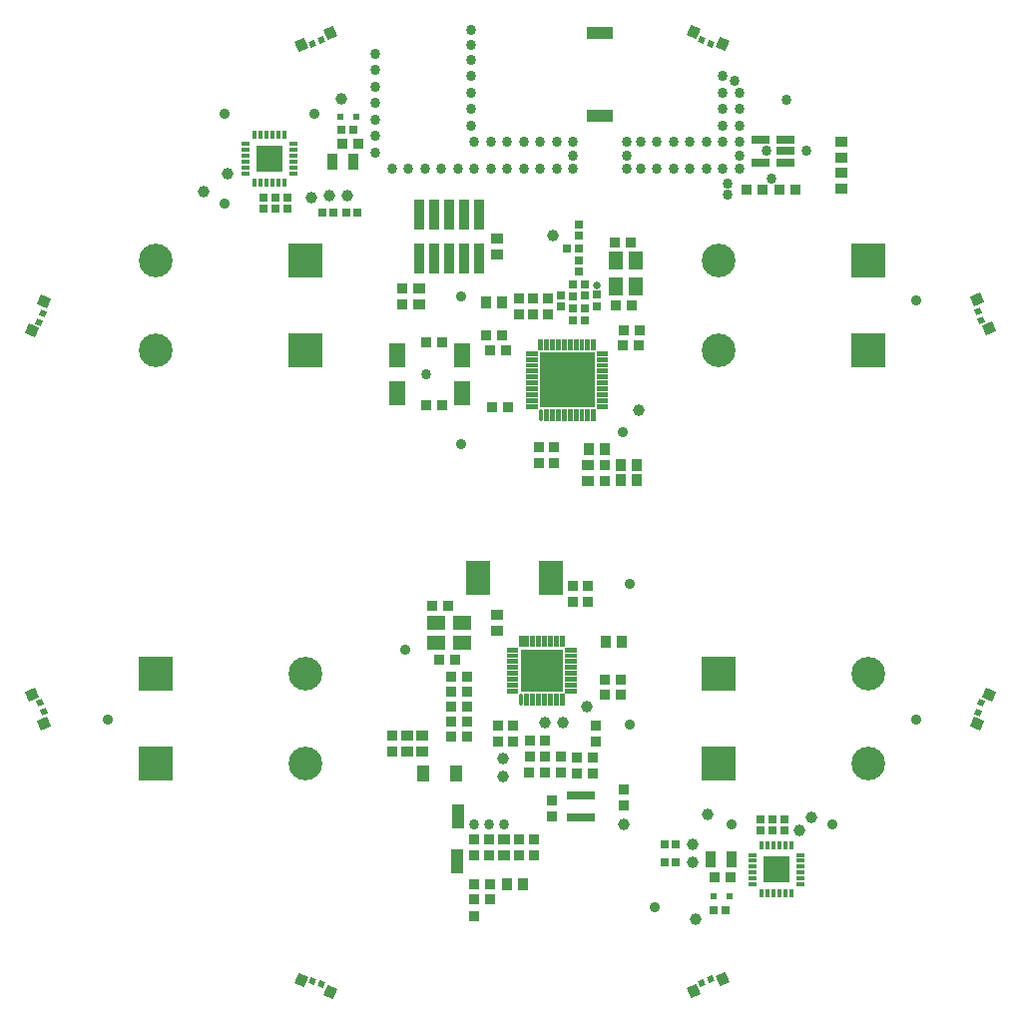
<source format=gts>
%FSLAX25Y25*%
%MOIN*%
G70*
G01*
G75*
G04 Layer_Color=8388736*
%ADD10C,0.01000*%
%ADD11C,0.00500*%
%ADD12C,0.00600*%
%ADD13R,0.03347X0.02953*%
%ADD14R,0.02953X0.03347*%
%ADD15R,0.03543X0.02953*%
G04:AMPARAMS|DCode=16|XSize=17.72mil|YSize=19.69mil|CornerRadius=0mil|HoleSize=0mil|Usage=FLASHONLY|Rotation=22.500|XOffset=0mil|YOffset=0mil|HoleType=Round|Shape=Rectangle|*
%AMROTATEDRECTD16*
4,1,4,-0.00442,-0.01248,-0.01195,0.00570,0.00442,0.01248,0.01195,-0.00570,-0.00442,-0.01248,0.0*
%
%ADD16ROTATEDRECTD16*%

G04:AMPARAMS|DCode=17|XSize=33.47mil|YSize=35.43mil|CornerRadius=0mil|HoleSize=0mil|Usage=FLASHONLY|Rotation=202.500|XOffset=0mil|YOffset=0mil|HoleType=Round|Shape=Rectangle|*
%AMROTATEDRECTD17*
4,1,4,0.00868,0.02277,0.02224,-0.00997,-0.00868,-0.02277,-0.02224,0.00997,0.00868,0.02277,0.0*
%
%ADD17ROTATEDRECTD17*%

G04:AMPARAMS|DCode=18|XSize=17.72mil|YSize=19.69mil|CornerRadius=0mil|HoleSize=0mil|Usage=FLASHONLY|Rotation=112.500|XOffset=0mil|YOffset=0mil|HoleType=Round|Shape=Rectangle|*
%AMROTATEDRECTD18*
4,1,4,0.01248,-0.00442,-0.00570,-0.01195,-0.01248,0.00442,0.00570,0.01195,0.01248,-0.00442,0.0*
%
%ADD18ROTATEDRECTD18*%

G04:AMPARAMS|DCode=19|XSize=33.47mil|YSize=35.43mil|CornerRadius=0mil|HoleSize=0mil|Usage=FLASHONLY|Rotation=292.500|XOffset=0mil|YOffset=0mil|HoleType=Round|Shape=Rectangle|*
%AMROTATEDRECTD19*
4,1,4,-0.02277,0.00868,0.00997,0.02224,0.02277,-0.00868,-0.00997,-0.02224,-0.02277,0.00868,0.0*
%
%ADD19ROTATEDRECTD19*%

G04:AMPARAMS|DCode=20|XSize=17.72mil|YSize=19.69mil|CornerRadius=0mil|HoleSize=0mil|Usage=FLASHONLY|Rotation=337.500|XOffset=0mil|YOffset=0mil|HoleType=Round|Shape=Rectangle|*
%AMROTATEDRECTD20*
4,1,4,-0.01195,-0.00570,-0.00442,0.01248,0.01195,0.00570,0.00442,-0.01248,-0.01195,-0.00570,0.0*
%
%ADD20ROTATEDRECTD20*%

G04:AMPARAMS|DCode=21|XSize=33.47mil|YSize=35.43mil|CornerRadius=0mil|HoleSize=0mil|Usage=FLASHONLY|Rotation=157.500|XOffset=0mil|YOffset=0mil|HoleType=Round|Shape=Rectangle|*
%AMROTATEDRECTD21*
4,1,4,0.02224,0.00997,0.00868,-0.02277,-0.02224,-0.00997,-0.00868,0.02277,0.02224,0.00997,0.0*
%
%ADD21ROTATEDRECTD21*%

G04:AMPARAMS|DCode=22|XSize=17.72mil|YSize=19.69mil|CornerRadius=0mil|HoleSize=0mil|Usage=FLASHONLY|Rotation=247.500|XOffset=0mil|YOffset=0mil|HoleType=Round|Shape=Rectangle|*
%AMROTATEDRECTD22*
4,1,4,-0.00570,0.01195,0.01248,0.00442,0.00570,-0.01195,-0.01248,-0.00442,-0.00570,0.01195,0.0*
%
%ADD22ROTATEDRECTD22*%

G04:AMPARAMS|DCode=23|XSize=33.47mil|YSize=35.43mil|CornerRadius=0mil|HoleSize=0mil|Usage=FLASHONLY|Rotation=67.500|XOffset=0mil|YOffset=0mil|HoleType=Round|Shape=Rectangle|*
%AMROTATEDRECTD23*
4,1,4,0.00997,-0.02224,-0.02277,-0.00868,-0.00997,0.02224,0.02277,0.00868,0.00997,-0.02224,0.0*
%
%ADD23ROTATEDRECTD23*%

%ADD24R,0.02362X0.02362*%
%ADD25R,0.01890X0.01575*%
%ADD26R,0.03150X0.05118*%
%ADD27R,0.02362X0.02559*%
%ADD28C,0.03200*%
%ADD29R,0.02559X0.02362*%
%ADD30R,0.08268X0.08268*%
%ADD31O,0.02559X0.01181*%
%ADD32O,0.01181X0.02559*%
%ADD33R,0.02953X0.03543*%
%ADD34R,0.03543X0.07480*%
%ADD35R,0.02362X0.02362*%
%ADD36R,0.02362X0.02756*%
%ADD37R,0.04724X0.05512*%
G04:AMPARAMS|DCode=38|XSize=11.02mil|YSize=33.47mil|CornerRadius=0mil|HoleSize=0mil|Usage=FLASHONLY|Rotation=0.000|XOffset=0mil|YOffset=0mil|HoleType=Round|Shape=Octagon|*
%AMOCTAGOND38*
4,1,8,-0.00276,0.01673,0.00276,0.01673,0.00551,0.01398,0.00551,-0.01398,0.00276,-0.01673,-0.00276,-0.01673,-0.00551,-0.01398,-0.00551,0.01398,-0.00276,0.01673,0.0*
%
%ADD38OCTAGOND38*%

%ADD39R,0.01102X0.03347*%
%ADD40R,0.03347X0.01102*%
%ADD41R,0.13583X0.13583*%
%ADD42R,0.05709X0.02165*%
%ADD43R,0.05512X0.04724*%
%ADD44R,0.05118X0.07480*%
%ADD45R,0.03000X0.10000*%
%ADD46R,0.17716X0.17716*%
%ADD47R,0.03600X0.04800*%
%ADD48R,0.09055X0.02559*%
%ADD49R,0.08071X0.11417*%
%ADD50R,0.08661X0.04095*%
%ADD51C,0.10000*%
%ADD52C,0.01500*%
%ADD53C,0.00800*%
%ADD54C,0.04000*%
%ADD55C,0.02000*%
%ADD56C,0.03000*%
%ADD57C,0.02500*%
%ADD58C,0.00700*%
%ADD59R,0.07000X0.23500*%
%ADD60R,0.15700X0.07000*%
%ADD61R,0.03000X0.03300*%
%ADD62C,0.03500*%
%ADD63C,0.02000*%
%ADD64R,0.10800X0.10800*%
%ADD65C,0.10800*%
%ADD66C,0.03000*%
%ADD67C,0.02200*%
%ADD68C,0.04000*%
%ADD69C,0.02598*%
%ADD70C,0.00984*%
%ADD71C,0.00984*%
%ADD72C,0.00787*%
%ADD73C,0.00300*%
%ADD74R,0.01772X0.03740*%
%ADD75R,0.03147X0.02753*%
%ADD76R,0.02753X0.03147*%
%ADD77R,0.03343X0.02753*%
G04:AMPARAMS|DCode=78|XSize=15.72mil|YSize=17.69mil|CornerRadius=0mil|HoleSize=0mil|Usage=FLASHONLY|Rotation=22.500|XOffset=0mil|YOffset=0mil|HoleType=Round|Shape=Rectangle|*
%AMROTATEDRECTD78*
4,1,4,-0.00388,-0.01118,-0.01064,0.00516,0.00388,0.01118,0.01064,-0.00516,-0.00388,-0.01118,0.0*
%
%ADD78ROTATEDRECTD78*%

G04:AMPARAMS|DCode=79|XSize=31.47mil|YSize=33.43mil|CornerRadius=0mil|HoleSize=0mil|Usage=FLASHONLY|Rotation=202.500|XOffset=0mil|YOffset=0mil|HoleType=Round|Shape=Rectangle|*
%AMROTATEDRECTD79*
4,1,4,0.00814,0.02147,0.02093,-0.00942,-0.00814,-0.02147,-0.02093,0.00942,0.00814,0.02147,0.0*
%
%ADD79ROTATEDRECTD79*%

G04:AMPARAMS|DCode=80|XSize=15.72mil|YSize=17.69mil|CornerRadius=0mil|HoleSize=0mil|Usage=FLASHONLY|Rotation=112.500|XOffset=0mil|YOffset=0mil|HoleType=Round|Shape=Rectangle|*
%AMROTATEDRECTD80*
4,1,4,0.01118,-0.00388,-0.00516,-0.01064,-0.01118,0.00388,0.00516,0.01064,0.01118,-0.00388,0.0*
%
%ADD80ROTATEDRECTD80*%

G04:AMPARAMS|DCode=81|XSize=31.47mil|YSize=33.43mil|CornerRadius=0mil|HoleSize=0mil|Usage=FLASHONLY|Rotation=292.500|XOffset=0mil|YOffset=0mil|HoleType=Round|Shape=Rectangle|*
%AMROTATEDRECTD81*
4,1,4,-0.02147,0.00814,0.00942,0.02093,0.02147,-0.00814,-0.00942,-0.02093,-0.02147,0.00814,0.0*
%
%ADD81ROTATEDRECTD81*%

G04:AMPARAMS|DCode=82|XSize=15.72mil|YSize=17.69mil|CornerRadius=0mil|HoleSize=0mil|Usage=FLASHONLY|Rotation=337.500|XOffset=0mil|YOffset=0mil|HoleType=Round|Shape=Rectangle|*
%AMROTATEDRECTD82*
4,1,4,-0.01064,-0.00516,-0.00388,0.01118,0.01064,0.00516,0.00388,-0.01118,-0.01064,-0.00516,0.0*
%
%ADD82ROTATEDRECTD82*%

G04:AMPARAMS|DCode=83|XSize=31.47mil|YSize=33.43mil|CornerRadius=0mil|HoleSize=0mil|Usage=FLASHONLY|Rotation=157.500|XOffset=0mil|YOffset=0mil|HoleType=Round|Shape=Rectangle|*
%AMROTATEDRECTD83*
4,1,4,0.02093,0.00942,0.00814,-0.02147,-0.02093,-0.00942,-0.00814,0.02147,0.02093,0.00942,0.0*
%
%ADD83ROTATEDRECTD83*%

G04:AMPARAMS|DCode=84|XSize=15.72mil|YSize=17.69mil|CornerRadius=0mil|HoleSize=0mil|Usage=FLASHONLY|Rotation=247.500|XOffset=0mil|YOffset=0mil|HoleType=Round|Shape=Rectangle|*
%AMROTATEDRECTD84*
4,1,4,-0.00516,0.01064,0.01118,0.00388,0.00516,-0.01064,-0.01118,-0.00388,-0.00516,0.01064,0.0*
%
%ADD84ROTATEDRECTD84*%

G04:AMPARAMS|DCode=85|XSize=31.47mil|YSize=33.43mil|CornerRadius=0mil|HoleSize=0mil|Usage=FLASHONLY|Rotation=67.500|XOffset=0mil|YOffset=0mil|HoleType=Round|Shape=Rectangle|*
%AMROTATEDRECTD85*
4,1,4,0.00942,-0.02093,-0.02147,-0.00814,-0.00942,0.02093,0.02147,0.00814,0.00942,-0.02093,0.0*
%
%ADD85ROTATEDRECTD85*%

%ADD86R,0.02162X0.02162*%
%ADD87R,0.01690X0.01375*%
%ADD88R,0.02950X0.04918*%
%ADD89R,0.02162X0.02359*%
%ADD90R,0.02359X0.02162*%
%ADD91R,0.08068X0.08068*%
%ADD92O,0.02359X0.00981*%
%ADD93O,0.00981X0.02359*%
%ADD94R,0.02753X0.03343*%
%ADD95R,0.03343X0.07280*%
%ADD96R,0.02162X0.02162*%
%ADD97R,0.02162X0.02556*%
%ADD98R,0.04524X0.05312*%
G04:AMPARAMS|DCode=99|XSize=9.02mil|YSize=31.47mil|CornerRadius=0mil|HoleSize=0mil|Usage=FLASHONLY|Rotation=0.000|XOffset=0mil|YOffset=0mil|HoleType=Round|Shape=Octagon|*
%AMOCTAGOND99*
4,1,8,-0.00226,0.01573,0.00226,0.01573,0.00451,0.01348,0.00451,-0.01348,0.00226,-0.01573,-0.00226,-0.01573,-0.00451,-0.01348,-0.00451,0.01348,-0.00226,0.01573,0.0*
%
%ADD99OCTAGOND99*%

%ADD100R,0.00100X0.00100*%
%ADD101R,0.05509X0.01965*%
%ADD102R,0.05312X0.04524*%
%ADD103R,0.04918X0.07280*%
%ADD104R,0.02800X0.09800*%
%ADD105R,0.08855X0.02359*%
%ADD106R,0.07871X0.11217*%
%ADD107R,0.08461X0.03895*%
%ADD108R,0.03400X0.03700*%
%ADD109R,0.03747X0.03353*%
%ADD110R,0.03353X0.03747*%
%ADD111R,0.03943X0.03353*%
G04:AMPARAMS|DCode=112|XSize=19.72mil|YSize=21.69mil|CornerRadius=0mil|HoleSize=0mil|Usage=FLASHONLY|Rotation=22.500|XOffset=0mil|YOffset=0mil|HoleType=Round|Shape=Rectangle|*
%AMROTATEDRECTD112*
4,1,4,-0.00496,-0.01379,-0.01326,0.00625,0.00496,0.01379,0.01326,-0.00625,-0.00496,-0.01379,0.0*
%
%ADD112ROTATEDRECTD112*%

G04:AMPARAMS|DCode=113|XSize=35.47mil|YSize=37.43mil|CornerRadius=0mil|HoleSize=0mil|Usage=FLASHONLY|Rotation=202.500|XOffset=0mil|YOffset=0mil|HoleType=Round|Shape=Rectangle|*
%AMROTATEDRECTD113*
4,1,4,0.00922,0.02408,0.02355,-0.01051,-0.00922,-0.02408,-0.02355,0.01051,0.00922,0.02408,0.0*
%
%ADD113ROTATEDRECTD113*%

G04:AMPARAMS|DCode=114|XSize=19.72mil|YSize=21.69mil|CornerRadius=0mil|HoleSize=0mil|Usage=FLASHONLY|Rotation=112.500|XOffset=0mil|YOffset=0mil|HoleType=Round|Shape=Rectangle|*
%AMROTATEDRECTD114*
4,1,4,0.01379,-0.00496,-0.00625,-0.01326,-0.01379,0.00496,0.00625,0.01326,0.01379,-0.00496,0.0*
%
%ADD114ROTATEDRECTD114*%

G04:AMPARAMS|DCode=115|XSize=35.47mil|YSize=37.43mil|CornerRadius=0mil|HoleSize=0mil|Usage=FLASHONLY|Rotation=292.500|XOffset=0mil|YOffset=0mil|HoleType=Round|Shape=Rectangle|*
%AMROTATEDRECTD115*
4,1,4,-0.02408,0.00922,0.01051,0.02355,0.02408,-0.00922,-0.01051,-0.02355,-0.02408,0.00922,0.0*
%
%ADD115ROTATEDRECTD115*%

G04:AMPARAMS|DCode=116|XSize=19.72mil|YSize=21.69mil|CornerRadius=0mil|HoleSize=0mil|Usage=FLASHONLY|Rotation=337.500|XOffset=0mil|YOffset=0mil|HoleType=Round|Shape=Rectangle|*
%AMROTATEDRECTD116*
4,1,4,-0.01326,-0.00625,-0.00496,0.01379,0.01326,0.00625,0.00496,-0.01379,-0.01326,-0.00625,0.0*
%
%ADD116ROTATEDRECTD116*%

G04:AMPARAMS|DCode=117|XSize=35.47mil|YSize=37.43mil|CornerRadius=0mil|HoleSize=0mil|Usage=FLASHONLY|Rotation=157.500|XOffset=0mil|YOffset=0mil|HoleType=Round|Shape=Rectangle|*
%AMROTATEDRECTD117*
4,1,4,0.02355,0.01051,0.00922,-0.02408,-0.02355,-0.01051,-0.00922,0.02408,0.02355,0.01051,0.0*
%
%ADD117ROTATEDRECTD117*%

G04:AMPARAMS|DCode=118|XSize=19.72mil|YSize=21.69mil|CornerRadius=0mil|HoleSize=0mil|Usage=FLASHONLY|Rotation=247.500|XOffset=0mil|YOffset=0mil|HoleType=Round|Shape=Rectangle|*
%AMROTATEDRECTD118*
4,1,4,-0.00625,0.01326,0.01379,0.00496,0.00625,-0.01326,-0.01379,-0.00496,-0.00625,0.01326,0.0*
%
%ADD118ROTATEDRECTD118*%

G04:AMPARAMS|DCode=119|XSize=35.47mil|YSize=37.43mil|CornerRadius=0mil|HoleSize=0mil|Usage=FLASHONLY|Rotation=67.500|XOffset=0mil|YOffset=0mil|HoleType=Round|Shape=Rectangle|*
%AMROTATEDRECTD119*
4,1,4,0.01051,-0.02355,-0.02408,-0.00922,-0.01051,0.02355,0.02408,0.00922,0.01051,-0.02355,0.0*
%
%ADD119ROTATEDRECTD119*%

%ADD120R,0.02762X0.02762*%
%ADD121R,0.02290X0.01975*%
%ADD122R,0.03550X0.05518*%
%ADD123R,0.02762X0.02959*%
%ADD124C,0.03600*%
%ADD125R,0.02959X0.02762*%
%ADD126R,0.08668X0.08668*%
%ADD127O,0.02959X0.01581*%
%ADD128O,0.01581X0.02959*%
%ADD129R,0.03353X0.03943*%
%ADD130R,0.03943X0.07880*%
%ADD131R,0.02762X0.02762*%
%ADD132R,0.02762X0.03156*%
%ADD133R,0.05124X0.05912*%
G04:AMPARAMS|DCode=134|XSize=15.02mil|YSize=37.47mil|CornerRadius=0mil|HoleSize=0mil|Usage=FLASHONLY|Rotation=0.000|XOffset=0mil|YOffset=0mil|HoleType=Round|Shape=Octagon|*
%AMOCTAGOND134*
4,1,8,-0.00376,0.01873,0.00376,0.01873,0.00751,0.01498,0.00751,-0.01498,0.00376,-0.01873,-0.00376,-0.01873,-0.00751,-0.01498,-0.00751,0.01498,-0.00376,0.01873,0.0*
%
%ADD134OCTAGOND134*%

%ADD135R,0.01502X0.03747*%
%ADD136R,0.03747X0.01502*%
%ADD137R,0.00083X0.00083*%
%ADD138R,0.06109X0.02565*%
%ADD139R,0.05912X0.05124*%
%ADD140R,0.05518X0.07880*%
%ADD141R,0.03400X0.10400*%
%ADD142R,0.00117X0.00117*%
%ADD143R,0.04000X0.05200*%
%ADD144R,0.09455X0.02959*%
%ADD145R,0.08471X0.11817*%
%ADD146R,0.09061X0.04495*%
%ADD147C,0.03900*%
%ADD148C,0.02400*%
%ADD149C,0.00400*%
%ADD150R,0.11200X0.11200*%
%ADD151C,0.11200*%
%ADD152C,0.03400*%
%ADD153C,0.02600*%
G36*
X15746Y-45703D02*
X14096D01*
Y-41809D01*
X15746D01*
Y-45703D01*
D02*
G37*
G36*
X13778D02*
X12128D01*
Y-41809D01*
X13778D01*
Y-45703D01*
D02*
G37*
G36*
X17715D02*
X16065D01*
Y-41809D01*
X17715D01*
Y-45703D01*
D02*
G37*
G36*
X14404Y29840D02*
X12754D01*
Y33735D01*
X14404D01*
Y29840D01*
D02*
G37*
G36*
X12435D02*
X10785D01*
Y33735D01*
X12435D01*
Y29840D01*
D02*
G37*
G36*
X11809Y-45703D02*
X10159D01*
Y-41809D01*
X11809D01*
Y-45703D01*
D02*
G37*
G36*
X3935D02*
X2285D01*
Y-41809D01*
X3935D01*
Y-45703D01*
D02*
G37*
G36*
X21691Y-47434D02*
X17797D01*
Y-45783D01*
X21691D01*
Y-47434D01*
D02*
G37*
G36*
X5904Y-45703D02*
X4254D01*
Y-41809D01*
X5904D01*
Y-45703D01*
D02*
G37*
G36*
X9841D02*
X8191D01*
Y-41809D01*
X9841D01*
Y-45703D01*
D02*
G37*
G36*
X7872D02*
X6222D01*
Y-41809D01*
X7872D01*
Y-45703D01*
D02*
G37*
G36*
X16372Y29840D02*
X14722D01*
Y33735D01*
X16372D01*
Y29840D01*
D02*
G37*
G36*
X32160Y33814D02*
X28265D01*
Y35465D01*
X32160D01*
Y33814D01*
D02*
G37*
G36*
X8735D02*
X4840D01*
Y35465D01*
X8735D01*
Y33814D01*
D02*
G37*
G36*
X27608Y50487D02*
Y48913D01*
Y47387D01*
Y45813D01*
Y44287D01*
Y42713D01*
Y41187D01*
Y39613D01*
Y38087D01*
Y36513D01*
Y34392D01*
X9392D01*
Y36513D01*
Y38087D01*
Y39613D01*
Y41187D01*
Y42713D01*
Y44287D01*
Y45813D01*
Y47387D01*
Y48913D01*
Y50487D01*
Y52608D01*
X27608D01*
Y50487D01*
D02*
G37*
G36*
X32160Y35783D02*
X28265D01*
Y37434D01*
X32160D01*
Y35783D01*
D02*
G37*
G36*
X8735D02*
X4840D01*
Y37434D01*
X8735D01*
Y35783D01*
D02*
G37*
G36*
X28183Y29840D02*
X26533D01*
Y33735D01*
X28183D01*
Y29840D01*
D02*
G37*
G36*
X20309D02*
X18659D01*
Y33735D01*
X20309D01*
Y29840D01*
D02*
G37*
G36*
X18341D02*
X16691D01*
Y33735D01*
X18341D01*
Y29840D01*
D02*
G37*
G36*
X22278D02*
X20628D01*
Y33735D01*
X22278D01*
Y29840D01*
D02*
G37*
G36*
X26215D02*
X24565D01*
Y33735D01*
X26215D01*
Y29840D01*
D02*
G37*
G36*
X24246D02*
X22596D01*
Y33735D01*
X24246D01*
Y29840D01*
D02*
G37*
G36*
X2203Y-61217D02*
X-1691D01*
Y-59566D01*
X2203D01*
Y-61217D01*
D02*
G37*
G36*
X17715Y-65191D02*
X16065D01*
Y-61297D01*
X17715D01*
Y-65191D01*
D02*
G37*
G36*
X21691Y-61217D02*
X17797D01*
Y-59566D01*
X21691D01*
Y-61217D01*
D02*
G37*
G36*
X2203Y-59248D02*
X-1691D01*
Y-57597D01*
X2203D01*
Y-59248D01*
D02*
G37*
G36*
X17041Y-48063D02*
Y-49637D01*
Y-51163D01*
Y-52737D01*
Y-54263D01*
Y-55837D01*
Y-57363D01*
Y-58937D01*
Y-60541D01*
X2959D01*
Y-58937D01*
Y-57363D01*
Y-55837D01*
Y-54263D01*
Y-52737D01*
Y-51163D01*
Y-49637D01*
Y-48063D01*
Y-46459D01*
X17041D01*
Y-48063D01*
D02*
G37*
G36*
X15746Y-65191D02*
X14096D01*
Y-61297D01*
X15746D01*
Y-65191D01*
D02*
G37*
G36*
X7872D02*
X6222D01*
Y-61297D01*
X7872D01*
Y-65191D01*
D02*
G37*
G36*
X5904D02*
X4254D01*
Y-61297D01*
X5904D01*
Y-65191D01*
D02*
G37*
G36*
X9841D02*
X8191D01*
Y-61297D01*
X9841D01*
Y-65191D01*
D02*
G37*
G36*
X13778D02*
X12128D01*
Y-61297D01*
X13778D01*
Y-65191D01*
D02*
G37*
G36*
X11809D02*
X10159D01*
Y-61297D01*
X11809D01*
Y-65191D01*
D02*
G37*
G36*
X21691Y-59248D02*
X17797D01*
Y-57597D01*
X21691D01*
Y-59248D01*
D02*
G37*
G36*
Y-51372D02*
X17797D01*
Y-49721D01*
X21691D01*
Y-51372D01*
D02*
G37*
G36*
X2203D02*
X-1691D01*
Y-49721D01*
X2203D01*
Y-51372D01*
D02*
G37*
G36*
Y-49403D02*
X-1691D01*
Y-47752D01*
X2203D01*
Y-49403D01*
D02*
G37*
G36*
Y-47434D02*
X-1691D01*
Y-45783D01*
X2203D01*
Y-47434D01*
D02*
G37*
G36*
X21691Y-49403D02*
X17797D01*
Y-47752D01*
X21691D01*
Y-49403D01*
D02*
G37*
G36*
Y-53341D02*
X17797D01*
Y-51690D01*
X21691D01*
Y-53341D01*
D02*
G37*
G36*
Y-57279D02*
X17797D01*
Y-55628D01*
X21691D01*
Y-57279D01*
D02*
G37*
G36*
X2203D02*
X-1691D01*
Y-55628D01*
X2203D01*
Y-57279D01*
D02*
G37*
G36*
Y-55310D02*
X-1691D01*
Y-53659D01*
X2203D01*
Y-55310D01*
D02*
G37*
G36*
Y-53341D02*
X-1691D01*
Y-51690D01*
X2203D01*
Y-53341D01*
D02*
G37*
G36*
X21691Y-55310D02*
X17797D01*
Y-53659D01*
X21691D01*
Y-55310D01*
D02*
G37*
G36*
X32160Y51535D02*
X28265D01*
Y53186D01*
X32160D01*
Y51535D01*
D02*
G37*
G36*
X8735D02*
X4840D01*
Y53186D01*
X8735D01*
Y51535D01*
D02*
G37*
G36*
Y43659D02*
X4840D01*
Y45310D01*
X8735D01*
Y43659D01*
D02*
G37*
G36*
X32160Y39721D02*
X28265D01*
Y41372D01*
X32160D01*
Y39721D01*
D02*
G37*
G36*
X8735Y41690D02*
X4840D01*
Y43341D01*
X8735D01*
Y41690D01*
D02*
G37*
G36*
X32160D02*
X28265D01*
Y43341D01*
X32160D01*
Y41690D01*
D02*
G37*
G36*
Y43659D02*
X28265D01*
Y45310D01*
X32160D01*
Y43659D01*
D02*
G37*
G36*
Y49566D02*
X28265D01*
Y51217D01*
X32160D01*
Y49566D01*
D02*
G37*
G36*
X8735D02*
X4840D01*
Y51217D01*
X8735D01*
Y49566D01*
D02*
G37*
G36*
Y47597D02*
X4840D01*
Y49248D01*
X8735D01*
Y47597D01*
D02*
G37*
G36*
Y45628D02*
X4840D01*
Y47279D01*
X8735D01*
Y45628D01*
D02*
G37*
G36*
X32160D02*
X28265D01*
Y47279D01*
X32160D01*
Y45628D01*
D02*
G37*
G36*
Y47597D02*
X28265D01*
Y49248D01*
X32160D01*
Y47597D01*
D02*
G37*
G36*
X8735Y37752D02*
X4840D01*
Y39403D01*
X8735D01*
Y37752D01*
D02*
G37*
G36*
X20309Y53265D02*
X18659D01*
Y57160D01*
X20309D01*
Y53265D01*
D02*
G37*
G36*
X18341D02*
X16691D01*
Y57160D01*
X18341D01*
Y53265D01*
D02*
G37*
G36*
X32160Y37752D02*
X28265D01*
Y39403D01*
X32160D01*
Y37752D01*
D02*
G37*
G36*
X26215Y53265D02*
X24565D01*
Y57160D01*
X26215D01*
Y53265D01*
D02*
G37*
G36*
X28183D02*
X26533D01*
Y57160D01*
X28183D01*
Y53265D01*
D02*
G37*
G36*
X22278D02*
X20628D01*
Y57160D01*
X22278D01*
Y53265D01*
D02*
G37*
G36*
X24246D02*
X22596D01*
Y57160D01*
X24246D01*
Y53265D01*
D02*
G37*
G36*
X12435D02*
X10785D01*
Y57160D01*
X12435D01*
Y53265D01*
D02*
G37*
G36*
X14404D02*
X12754D01*
Y57160D01*
X14404D01*
Y53265D01*
D02*
G37*
G36*
X8735Y39721D02*
X4840D01*
Y41372D01*
X8735D01*
Y39721D01*
D02*
G37*
G36*
X10467Y53265D02*
X8817D01*
Y57160D01*
X10467D01*
Y53265D01*
D02*
G37*
G36*
X16372D02*
X14722D01*
Y57160D01*
X16372D01*
Y53265D01*
D02*
G37*
%LPC*%
G36*
X25487Y50487D02*
X23913D01*
Y48913D01*
X25487D01*
Y50487D01*
D02*
G37*
G36*
X19287D02*
X17713D01*
Y48913D01*
X19287D01*
Y50487D01*
D02*
G37*
G36*
X15437Y-54263D02*
X13863D01*
Y-55837D01*
X15437D01*
Y-54263D01*
D02*
G37*
G36*
X6137Y-51163D02*
X4563D01*
Y-52737D01*
X6137D01*
Y-51163D01*
D02*
G37*
G36*
X16187Y50487D02*
X14613D01*
Y48913D01*
X16187D01*
Y50487D01*
D02*
G37*
G36*
X22387D02*
X20813D01*
Y48913D01*
X22387D01*
Y50487D01*
D02*
G37*
G36*
X12337Y-57363D02*
X10763D01*
Y-58937D01*
X12337D01*
Y-57363D01*
D02*
G37*
G36*
X9237D02*
X7663D01*
Y-58937D01*
X9237D01*
Y-57363D01*
D02*
G37*
G36*
X6137D02*
X4563D01*
Y-58937D01*
X6137D01*
Y-57363D01*
D02*
G37*
G36*
X15437D02*
X13863D01*
Y-58937D01*
X15437D01*
Y-57363D01*
D02*
G37*
G36*
X12337Y-54263D02*
X10763D01*
Y-55837D01*
X12337D01*
Y-54263D01*
D02*
G37*
G36*
X9237D02*
X7663D01*
Y-55837D01*
X9237D01*
Y-54263D01*
D02*
G37*
G36*
X6137D02*
X4563D01*
Y-55837D01*
X6137D01*
Y-54263D01*
D02*
G37*
G36*
X9237Y-51163D02*
X7663D01*
Y-52737D01*
X9237D01*
Y-51163D01*
D02*
G37*
G36*
X25487Y41187D02*
X23913D01*
Y39613D01*
X25487D01*
Y41187D01*
D02*
G37*
G36*
X22387D02*
X20813D01*
Y39613D01*
X22387D01*
Y41187D01*
D02*
G37*
G36*
X19287D02*
X17713D01*
Y39613D01*
X19287D01*
Y41187D01*
D02*
G37*
G36*
Y44287D02*
X17713D01*
Y42713D01*
X19287D01*
Y44287D01*
D02*
G37*
G36*
X16187D02*
X14613D01*
Y42713D01*
X16187D01*
Y44287D01*
D02*
G37*
G36*
X13087D02*
X11513D01*
Y42713D01*
X13087D01*
Y44287D01*
D02*
G37*
G36*
X16187Y41187D02*
X14613D01*
Y39613D01*
X16187D01*
Y41187D01*
D02*
G37*
G36*
X19287Y38087D02*
X17713D01*
Y36513D01*
X19287D01*
Y38087D01*
D02*
G37*
G36*
X22387D02*
X20813D01*
Y36513D01*
X22387D01*
Y38087D01*
D02*
G37*
G36*
X25487D02*
X23913D01*
Y36513D01*
X25487D01*
Y38087D01*
D02*
G37*
G36*
X13087Y41187D02*
X11513D01*
Y39613D01*
X13087D01*
Y41187D01*
D02*
G37*
G36*
Y38087D02*
X11513D01*
Y36513D01*
X13087D01*
Y38087D01*
D02*
G37*
G36*
X16187D02*
X14613D01*
Y36513D01*
X16187D01*
Y38087D01*
D02*
G37*
G36*
X22387Y44287D02*
X20813D01*
Y42713D01*
X22387D01*
Y44287D01*
D02*
G37*
G36*
X6137Y-48063D02*
X4563D01*
Y-49637D01*
X6137D01*
Y-48063D01*
D02*
G37*
G36*
X9237D02*
X7663D01*
Y-49637D01*
X9237D01*
Y-48063D01*
D02*
G37*
G36*
X12337D02*
X10763D01*
Y-49637D01*
X12337D01*
Y-48063D01*
D02*
G37*
G36*
Y-51163D02*
X10763D01*
Y-52737D01*
X12337D01*
Y-51163D01*
D02*
G37*
G36*
X15437D02*
X13863D01*
Y-52737D01*
X15437D01*
Y-51163D01*
D02*
G37*
G36*
X13087Y50487D02*
X11513D01*
Y48913D01*
X13087D01*
Y50487D01*
D02*
G37*
G36*
X15437Y-48063D02*
X13863D01*
Y-49637D01*
X15437D01*
Y-48063D01*
D02*
G37*
G36*
X16187Y47387D02*
X14613D01*
Y45813D01*
X16187D01*
Y47387D01*
D02*
G37*
G36*
X13087D02*
X11513D01*
Y45813D01*
X13087D01*
Y47387D01*
D02*
G37*
G36*
X25487Y44287D02*
X23913D01*
Y42713D01*
X25487D01*
Y44287D01*
D02*
G37*
G36*
Y47387D02*
X23913D01*
Y45813D01*
X25487D01*
Y47387D01*
D02*
G37*
G36*
X22387D02*
X20813D01*
Y45813D01*
X22387D01*
Y47387D01*
D02*
G37*
G36*
X19287D02*
X17713D01*
Y45813D01*
X19287D01*
Y47387D01*
D02*
G37*
%LPD*%
D108*
X-12700Y-135650D02*
D03*
D109*
X9000Y21158D02*
D03*
Y15843D02*
D03*
X14000Y21158D02*
D03*
Y15843D02*
D03*
X31000Y15157D02*
D03*
Y9843D02*
D03*
X12000Y65342D02*
D03*
Y70657D02*
D03*
X16500Y-87657D02*
D03*
Y-82342D02*
D03*
X7500Y-115157D02*
D03*
Y-109843D02*
D03*
X28000Y-71842D02*
D03*
Y-77157D02*
D03*
X6000Y-76842D02*
D03*
Y-82157D02*
D03*
X-12500Y-115157D02*
D03*
Y-109843D02*
D03*
X11000Y-76842D02*
D03*
Y-82157D02*
D03*
X2500Y-115157D02*
D03*
Y-109843D02*
D03*
X13500Y-97000D02*
D03*
Y-102315D02*
D03*
X-7500Y-115157D02*
D03*
Y-109843D02*
D03*
X37500Y-98658D02*
D03*
Y-93343D02*
D03*
X-40000Y-75343D02*
D03*
Y-80658D02*
D03*
X-36570Y68773D02*
D03*
Y74088D02*
D03*
X25500Y-30658D02*
D03*
Y-25343D02*
D03*
X2500Y65342D02*
D03*
Y70657D02*
D03*
X7200Y65342D02*
D03*
Y70657D02*
D03*
X20500Y-25343D02*
D03*
Y-30658D02*
D03*
X500Y-71842D02*
D03*
Y-77157D02*
D03*
X-4500Y-71842D02*
D03*
Y-77157D02*
D03*
D110*
X-1343Y34500D02*
D03*
X-6657D02*
D03*
X42658Y60000D02*
D03*
X37343D02*
D03*
X-3342Y58500D02*
D03*
X-8658D02*
D03*
X-1843Y53500D02*
D03*
X-7158D02*
D03*
X73158Y-122500D02*
D03*
X67843D02*
D03*
X-24158Y-50000D02*
D03*
X-18843D02*
D03*
X-7343Y-130000D02*
D03*
X-12657D02*
D03*
X34843Y68500D02*
D03*
X40157D02*
D03*
X-7343Y-125000D02*
D03*
X-12657D02*
D03*
X39658Y89500D02*
D03*
X34343D02*
D03*
X5843Y-87500D02*
D03*
X11157D02*
D03*
X21843Y-88000D02*
D03*
X27158D02*
D03*
X78543Y106953D02*
D03*
X83858D02*
D03*
X21843Y-82500D02*
D03*
X27158D02*
D03*
X94858Y106953D02*
D03*
X89543D02*
D03*
X-21342Y-32000D02*
D03*
X-26658D02*
D03*
X-28657Y35000D02*
D03*
X-23343D02*
D03*
X-28657Y56000D02*
D03*
X-23343D02*
D03*
X-56657Y122500D02*
D03*
X-51342D02*
D03*
X37242Y55200D02*
D03*
X42557D02*
D03*
X-14842Y-75500D02*
D03*
X-20157D02*
D03*
X-14842Y-70500D02*
D03*
X-20157D02*
D03*
X-14842Y-65500D02*
D03*
X-20157D02*
D03*
X-14842Y-60500D02*
D03*
X-20157D02*
D03*
X-14842Y-55500D02*
D03*
X-20157D02*
D03*
X31000Y-61500D02*
D03*
X36315D02*
D03*
X31000Y-56500D02*
D03*
X36315D02*
D03*
D111*
X110000Y117842D02*
D03*
Y123158D02*
D03*
Y107343D02*
D03*
Y112657D02*
D03*
X-5000Y-40157D02*
D03*
Y-34843D02*
D03*
X-2500Y-115157D02*
D03*
Y-109843D02*
D03*
X-30000Y-80658D02*
D03*
Y-75343D02*
D03*
X25500Y15157D02*
D03*
Y9843D02*
D03*
X-31070Y74088D02*
D03*
Y68773D02*
D03*
X-5000Y85343D02*
D03*
Y90658D02*
D03*
X-35000Y-75343D02*
D03*
Y-80658D02*
D03*
D112*
X66518Y-156707D02*
D03*
X63427Y-157987D02*
D03*
X-66519Y155670D02*
D03*
X-63427Y156951D02*
D03*
D113*
X60681Y-160616D02*
D03*
X70319Y-156624D02*
D03*
X-60681Y159580D02*
D03*
X-70319Y155587D02*
D03*
D114*
X155610Y66518D02*
D03*
X156891Y63426D02*
D03*
X-156263Y-67319D02*
D03*
X-157544Y-64227D02*
D03*
D115*
X159520Y60680D02*
D03*
X155527Y70319D02*
D03*
X-160173Y-61481D02*
D03*
X-156180Y-71120D02*
D03*
D116*
X-63427Y-158391D02*
D03*
X-66518Y-157110D02*
D03*
X63427Y157044D02*
D03*
X66519Y155763D02*
D03*
D117*
X-70319Y-157027D02*
D03*
X-60681Y-161020D02*
D03*
X70319Y155680D02*
D03*
X60681Y159673D02*
D03*
D118*
X-157747Y62707D02*
D03*
X-156467Y65799D02*
D03*
X156887Y-64347D02*
D03*
X155607Y-67439D02*
D03*
D119*
X-156384Y69599D02*
D03*
X-160376Y59961D02*
D03*
X155524Y-71240D02*
D03*
X159516Y-61601D02*
D03*
D120*
X-56968Y127000D02*
D03*
X-53031D02*
D03*
X71469Y-133500D02*
D03*
X67532D02*
D03*
X18531Y87500D02*
D03*
X22468D02*
D03*
D121*
X-57098Y131500D02*
D03*
X-51902D02*
D03*
X72697Y-128902D02*
D03*
X67500D02*
D03*
D122*
X-60043Y116500D02*
D03*
X-52957D02*
D03*
X73543Y-116500D02*
D03*
X66457D02*
D03*
D123*
X87000Y-106870D02*
D03*
Y-103130D02*
D03*
X91000Y-106870D02*
D03*
Y-103130D02*
D03*
X83000Y-106870D02*
D03*
Y-103130D02*
D03*
X-75000Y104370D02*
D03*
Y100630D02*
D03*
X-79000Y104370D02*
D03*
Y100630D02*
D03*
X-83000Y104370D02*
D03*
Y100630D02*
D03*
D124*
X47900Y-132500D02*
D03*
X73500Y-105000D02*
D03*
X107000D02*
D03*
X39500Y-24500D02*
D03*
Y-71500D02*
D03*
X-35500Y-46500D02*
D03*
X-135000Y-70000D02*
D03*
X135000D02*
D03*
Y70000D02*
D03*
X-17000Y71500D02*
D03*
X37000Y26000D02*
D03*
X-17000Y22000D02*
D03*
X-66000Y132500D02*
D03*
X-95870D02*
D03*
Y102500D02*
D03*
D125*
X54740Y-111500D02*
D03*
X51000D02*
D03*
X54740Y-117500D02*
D03*
X51000D02*
D03*
X-51630Y99500D02*
D03*
X-55370D02*
D03*
X-63370D02*
D03*
X-59630D02*
D03*
D126*
X88500Y-120000D02*
D03*
X-80870Y117500D02*
D03*
D127*
X80528Y-124921D02*
D03*
Y-122953D02*
D03*
Y-120984D02*
D03*
Y-119016D02*
D03*
Y-117047D02*
D03*
Y-115079D02*
D03*
X96472D02*
D03*
Y-117047D02*
D03*
Y-119016D02*
D03*
Y-120984D02*
D03*
Y-122953D02*
D03*
Y-124921D02*
D03*
X-72898Y122421D02*
D03*
Y120453D02*
D03*
Y118484D02*
D03*
Y116516D02*
D03*
Y114547D02*
D03*
Y112579D02*
D03*
X-88842D02*
D03*
Y114547D02*
D03*
Y116516D02*
D03*
Y118484D02*
D03*
Y120453D02*
D03*
Y122421D02*
D03*
D128*
X83579Y-112028D02*
D03*
X85547D02*
D03*
X87516D02*
D03*
X89484D02*
D03*
X91453D02*
D03*
X93421D02*
D03*
Y-127972D02*
D03*
X91453D02*
D03*
X89484D02*
D03*
X87516D02*
D03*
X85547D02*
D03*
X83579D02*
D03*
X-75949Y109528D02*
D03*
X-77917D02*
D03*
X-79886D02*
D03*
X-81854D02*
D03*
X-83823D02*
D03*
X-85791D02*
D03*
Y125472D02*
D03*
X-83823D02*
D03*
X-81854D02*
D03*
X-79886D02*
D03*
X-77917D02*
D03*
X-75949D02*
D03*
D129*
X3658Y-125000D02*
D03*
X-1657D02*
D03*
X31343Y-44000D02*
D03*
X36658D02*
D03*
X41658Y10000D02*
D03*
X36342D02*
D03*
Y15000D02*
D03*
X41658D02*
D03*
X-3342Y69500D02*
D03*
X-8658D02*
D03*
X31157Y20500D02*
D03*
X25842D02*
D03*
D130*
X-17900Y-102300D02*
D03*
X-18200Y-117300D02*
D03*
D131*
X28500Y71969D02*
D03*
Y68032D02*
D03*
X24500Y63532D02*
D03*
Y67469D02*
D03*
X20500Y63532D02*
D03*
Y67469D02*
D03*
Y71531D02*
D03*
Y75468D02*
D03*
D132*
X24500Y71728D02*
D03*
Y75272D02*
D03*
X22500Y91728D02*
D03*
Y95272D02*
D03*
Y79728D02*
D03*
Y83272D02*
D03*
X16500Y71772D02*
D03*
Y68228D02*
D03*
D133*
X41346Y74669D02*
D03*
X34653D02*
D03*
X41346Y83331D02*
D03*
X34653D02*
D03*
D134*
X3110Y-63244D02*
D03*
X9642Y31787D02*
D03*
D135*
X5079Y-63244D02*
D03*
X7047D02*
D03*
X9016D02*
D03*
X10984D02*
D03*
X12953D02*
D03*
X14921D02*
D03*
X16890D02*
D03*
Y-43756D02*
D03*
X14921D02*
D03*
X12953D02*
D03*
X10984D02*
D03*
X9016D02*
D03*
X7047D02*
D03*
X5079D02*
D03*
X3110D02*
D03*
X11610Y31787D02*
D03*
X13579D02*
D03*
X15547D02*
D03*
X17516D02*
D03*
X19484D02*
D03*
X21453D02*
D03*
X23421D02*
D03*
X25390D02*
D03*
X27358D02*
D03*
Y55213D02*
D03*
X25390D02*
D03*
X23421D02*
D03*
X21453D02*
D03*
X19484D02*
D03*
X17516D02*
D03*
X15547D02*
D03*
X13579D02*
D03*
X11610D02*
D03*
X9642D02*
D03*
D136*
X19744Y-60391D02*
D03*
Y-58422D02*
D03*
Y-56454D02*
D03*
Y-54484D02*
D03*
Y-52516D02*
D03*
Y-50546D02*
D03*
Y-48577D02*
D03*
Y-46608D02*
D03*
X256D02*
D03*
Y-48577D02*
D03*
Y-50546D02*
D03*
Y-52516D02*
D03*
Y-54484D02*
D03*
Y-56454D02*
D03*
Y-58422D02*
D03*
Y-60391D02*
D03*
X30213Y34639D02*
D03*
Y36608D02*
D03*
Y38577D02*
D03*
Y40547D02*
D03*
Y42516D02*
D03*
Y44484D02*
D03*
Y46453D02*
D03*
Y48423D02*
D03*
Y50392D02*
D03*
Y52360D02*
D03*
X6787D02*
D03*
Y50392D02*
D03*
Y48423D02*
D03*
Y46453D02*
D03*
Y44484D02*
D03*
Y42516D02*
D03*
Y40547D02*
D03*
Y38577D02*
D03*
Y36608D02*
D03*
Y34639D02*
D03*
D137*
X10000Y-53500D02*
D03*
D138*
X91500Y116260D02*
D03*
Y120000D02*
D03*
Y123740D02*
D03*
X83035D02*
D03*
Y116260D02*
D03*
D139*
X-25331Y-44346D02*
D03*
Y-37653D02*
D03*
X-16669Y-44346D02*
D03*
Y-37653D02*
D03*
D140*
X-38327Y51799D02*
D03*
Y39201D02*
D03*
X-16673Y51799D02*
D03*
Y39201D02*
D03*
D141*
X-11070Y84068D02*
D03*
X-16070D02*
D03*
X-31070Y98792D02*
D03*
X-26070D02*
D03*
X-21070D02*
D03*
X-16070D02*
D03*
X-31070Y84068D02*
D03*
X-26070D02*
D03*
X-21070D02*
D03*
X-11070Y98792D02*
D03*
D142*
X18500Y43500D02*
D03*
D143*
X-29550Y-88000D02*
D03*
X-18450D02*
D03*
D144*
X23000Y-102642D02*
D03*
Y-95358D02*
D03*
D145*
X13106Y-22500D02*
D03*
X-11106D02*
D03*
D146*
X29528Y159567D02*
D03*
Y131772D02*
D03*
D147*
X96000Y-107000D02*
D03*
X60500Y-111500D02*
D03*
X-57000Y137500D02*
D03*
X65500Y-101500D02*
D03*
X61500Y-136500D02*
D03*
X100000Y-102500D02*
D03*
X60500Y-117500D02*
D03*
X11000Y-71000D02*
D03*
X25000Y-65500D02*
D03*
X-3000Y-89000D02*
D03*
X13910Y91830D02*
D03*
X37500Y-105000D02*
D03*
X-3000Y-83000D02*
D03*
X17000Y-71000D02*
D03*
X-95000Y112500D02*
D03*
X-67000Y104500D02*
D03*
X42500Y33500D02*
D03*
X-55000Y105000D02*
D03*
X-61000D02*
D03*
X-103000Y106500D02*
D03*
D148*
X14650Y-58150D02*
D03*
X11550D02*
D03*
X8450D02*
D03*
X5350D02*
D03*
X14650Y-55050D02*
D03*
X11550D02*
D03*
X8450D02*
D03*
X5350D02*
D03*
X14650Y-51950D02*
D03*
X11550D02*
D03*
X8450D02*
D03*
X5350D02*
D03*
X14650Y-48850D02*
D03*
X11550D02*
D03*
X8450D02*
D03*
X5350D02*
D03*
X24700Y37300D02*
D03*
X21600D02*
D03*
X18500D02*
D03*
X15400D02*
D03*
X12300D02*
D03*
X24700Y40400D02*
D03*
X21600D02*
D03*
X18500D02*
D03*
X15400D02*
D03*
X12300D02*
D03*
X24700Y43500D02*
D03*
X21600D02*
D03*
X18500D02*
D03*
X15400D02*
D03*
X12300D02*
D03*
X24700Y46600D02*
D03*
X21600D02*
D03*
X18500D02*
D03*
X15400D02*
D03*
X12300D02*
D03*
X24700Y49700D02*
D03*
X21600D02*
D03*
X18500D02*
D03*
X15400D02*
D03*
X12300D02*
D03*
D149*
X161537Y0D02*
D03*
X-161297D02*
D03*
X0Y-150870D02*
D03*
D150*
X-119000Y-84500D02*
D03*
Y-54500D02*
D03*
X69000Y-84500D02*
D03*
Y-54500D02*
D03*
X119000Y83500D02*
D03*
Y53500D02*
D03*
X-69000Y83500D02*
D03*
Y53500D02*
D03*
D151*
X-119000Y83500D02*
D03*
Y53500D02*
D03*
X69000Y83500D02*
D03*
Y53500D02*
D03*
X119000Y-84500D02*
D03*
Y-54500D02*
D03*
X-69000Y-84500D02*
D03*
Y-54500D02*
D03*
D152*
X-2500Y-105000D02*
D03*
X-12500D02*
D03*
X-7500D02*
D03*
X-13500Y160500D02*
D03*
Y145000D02*
D03*
Y150500D02*
D03*
Y155500D02*
D03*
X-12500Y123000D02*
D03*
X-7000D02*
D03*
X-1500D02*
D03*
X-13500Y128500D02*
D03*
Y134000D02*
D03*
Y139500D02*
D03*
X15000Y123000D02*
D03*
X9500D02*
D03*
X4000D02*
D03*
X20500Y114000D02*
D03*
Y118500D02*
D03*
Y123000D02*
D03*
X4000Y114000D02*
D03*
X9500D02*
D03*
X15000D02*
D03*
X-1500D02*
D03*
X-7000D02*
D03*
X-12500D02*
D03*
X-29000D02*
D03*
X-23500D02*
D03*
X-18000D02*
D03*
X-34500D02*
D03*
X-40000D02*
D03*
X-45500Y136000D02*
D03*
Y130500D02*
D03*
Y125000D02*
D03*
Y119500D02*
D03*
Y152500D02*
D03*
Y147000D02*
D03*
Y141500D02*
D03*
X38500Y123000D02*
D03*
Y118500D02*
D03*
Y114000D02*
D03*
X43000D02*
D03*
X59500D02*
D03*
X54000D02*
D03*
X48500D02*
D03*
X65000D02*
D03*
X70500D02*
D03*
X76000D02*
D03*
X70500Y139500D02*
D03*
X76000D02*
D03*
X43000Y123000D02*
D03*
X59500D02*
D03*
X54000D02*
D03*
X48500D02*
D03*
X65000D02*
D03*
X70500D02*
D03*
X76000D02*
D03*
Y128500D02*
D03*
Y134000D02*
D03*
X70500D02*
D03*
Y128500D02*
D03*
X76000Y118500D02*
D03*
X85000Y120000D02*
D03*
X98500D02*
D03*
X86701Y110701D02*
D03*
X72000Y109000D02*
D03*
Y105500D02*
D03*
X-28600Y45400D02*
D03*
X74500Y143500D02*
D03*
X70500Y145000D02*
D03*
X91642Y137210D02*
D03*
D153*
X28500Y75000D02*
D03*
M02*

</source>
